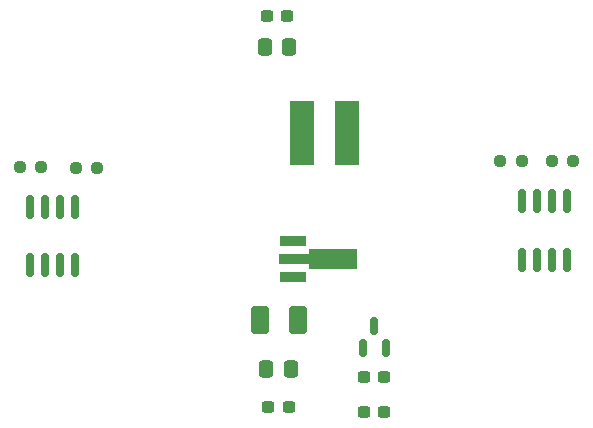
<source format=gbr>
%TF.GenerationSoftware,KiCad,Pcbnew,(6.0.7)*%
%TF.CreationDate,2022-10-25T16:16:00+09:00*%
%TF.ProjectId,quad_jsb,71756164-5f6a-4736-922e-6b696361645f,rev?*%
%TF.SameCoordinates,Original*%
%TF.FileFunction,Paste,Bot*%
%TF.FilePolarity,Positive*%
%FSLAX46Y46*%
G04 Gerber Fmt 4.6, Leading zero omitted, Abs format (unit mm)*
G04 Created by KiCad (PCBNEW (6.0.7)) date 2022-10-25 16:16:00*
%MOMM*%
%LPD*%
G01*
G04 APERTURE LIST*
G04 Aperture macros list*
%AMRoundRect*
0 Rectangle with rounded corners*
0 $1 Rounding radius*
0 $2 $3 $4 $5 $6 $7 $8 $9 X,Y pos of 4 corners*
0 Add a 4 corners polygon primitive as box body*
4,1,4,$2,$3,$4,$5,$6,$7,$8,$9,$2,$3,0*
0 Add four circle primitives for the rounded corners*
1,1,$1+$1,$2,$3*
1,1,$1+$1,$4,$5*
1,1,$1+$1,$6,$7*
1,1,$1+$1,$8,$9*
0 Add four rect primitives between the rounded corners*
20,1,$1+$1,$2,$3,$4,$5,0*
20,1,$1+$1,$4,$5,$6,$7,0*
20,1,$1+$1,$6,$7,$8,$9,0*
20,1,$1+$1,$8,$9,$2,$3,0*%
%AMFreePoly0*
4,1,9,5.362500,-0.866500,1.237500,-0.866500,1.237500,-0.450000,-1.237500,-0.450000,-1.237500,0.450000,1.237500,0.450000,1.237500,0.866500,5.362500,0.866500,5.362500,-0.866500,5.362500,-0.866500,$1*%
G04 Aperture macros list end*
%ADD10RoundRect,0.237500X0.300000X0.237500X-0.300000X0.237500X-0.300000X-0.237500X0.300000X-0.237500X0*%
%ADD11RoundRect,0.237500X-0.250000X-0.237500X0.250000X-0.237500X0.250000X0.237500X-0.250000X0.237500X0*%
%ADD12RoundRect,0.250000X0.337500X0.475000X-0.337500X0.475000X-0.337500X-0.475000X0.337500X-0.475000X0*%
%ADD13RoundRect,0.150000X0.150000X-0.587500X0.150000X0.587500X-0.150000X0.587500X-0.150000X-0.587500X0*%
%ADD14R,2.150000X5.500000*%
%ADD15RoundRect,0.150000X-0.150000X0.825000X-0.150000X-0.825000X0.150000X-0.825000X0.150000X0.825000X0*%
%ADD16R,2.300000X0.900000*%
%ADD17FreePoly0,0.000000*%
%ADD18RoundRect,0.237500X-0.300000X-0.237500X0.300000X-0.237500X0.300000X0.237500X-0.300000X0.237500X0*%
%ADD19RoundRect,0.250001X0.499999X0.924999X-0.499999X0.924999X-0.499999X-0.924999X0.499999X-0.924999X0*%
%ADD20RoundRect,0.250000X-0.337500X-0.475000X0.337500X-0.475000X0.337500X0.475000X-0.337500X0.475000X0*%
G04 APERTURE END LIST*
D10*
%TO.C,C5*%
X35062500Y13050000D03*
X33337500Y13050000D03*
%TD*%
D11*
%TO.C,R5*%
X4212500Y30875000D03*
X6037500Y30875000D03*
%TD*%
D12*
%TO.C,C4*%
X27037500Y41000000D03*
X24962500Y41000000D03*
%TD*%
D13*
%TO.C,U3*%
X35175000Y15537500D03*
X33275000Y15537500D03*
X34225000Y17412500D03*
%TD*%
D14*
%TO.C,L1*%
X28075000Y33750000D03*
X31925000Y33750000D03*
%TD*%
D10*
%TO.C,C8*%
X35075000Y10100000D03*
X33350000Y10100000D03*
%TD*%
D15*
%TO.C,U8*%
X46745000Y27950000D03*
X48015000Y27950000D03*
X49285000Y27950000D03*
X50555000Y27950000D03*
X50555000Y23000000D03*
X49285000Y23000000D03*
X48015000Y23000000D03*
X46745000Y23000000D03*
%TD*%
%TO.C,U7*%
X5095000Y27475000D03*
X6365000Y27475000D03*
X7635000Y27475000D03*
X8905000Y27475000D03*
X8905000Y22525000D03*
X7635000Y22525000D03*
X6365000Y22525000D03*
X5095000Y22525000D03*
%TD*%
D16*
%TO.C,U2*%
X27325000Y21575000D03*
D17*
X27412500Y23075000D03*
D16*
X27325000Y24575000D03*
%TD*%
D18*
%TO.C,C3*%
X25237500Y10550000D03*
X26962500Y10550000D03*
%TD*%
D19*
%TO.C,C6*%
X27800000Y17925000D03*
X24550000Y17925000D03*
%TD*%
D18*
%TO.C,C2*%
X25112500Y43675000D03*
X26837500Y43675000D03*
%TD*%
D11*
%TO.C,R7*%
X44887500Y31350000D03*
X46712500Y31350000D03*
%TD*%
%TO.C,R8*%
X49237500Y31350000D03*
X51062500Y31350000D03*
%TD*%
D20*
%TO.C,C7*%
X25062500Y13750000D03*
X27137500Y13750000D03*
%TD*%
D11*
%TO.C,R6*%
X8937500Y30750000D03*
X10762500Y30750000D03*
%TD*%
M02*

</source>
